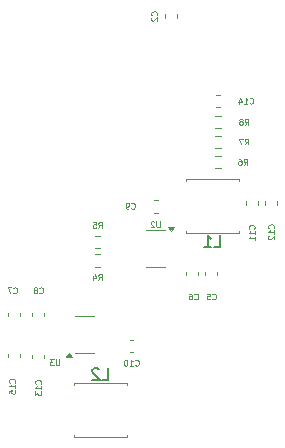
<source format=gbr>
%TF.GenerationSoftware,KiCad,Pcbnew,9.0.0*%
%TF.CreationDate,2025-03-19T13:45:40+03:00*%
%TF.ProjectId,End_striyel Sens_r Mod_l_,456e64fc-7374-4726-9979-656c2053656e,rev?*%
%TF.SameCoordinates,Original*%
%TF.FileFunction,Legend,Bot*%
%TF.FilePolarity,Positive*%
%FSLAX46Y46*%
G04 Gerber Fmt 4.6, Leading zero omitted, Abs format (unit mm)*
G04 Created by KiCad (PCBNEW 9.0.0) date 2025-03-19 13:45:40*
%MOMM*%
%LPD*%
G01*
G04 APERTURE LIST*
%ADD10C,0.150000*%
%ADD11C,0.125000*%
%ADD12C,0.100000*%
%ADD13C,0.120000*%
G04 APERTURE END LIST*
D10*
X151541666Y-97304819D02*
X152017856Y-97304819D01*
X152017856Y-97304819D02*
X152017856Y-96304819D01*
X151255951Y-96400057D02*
X151208332Y-96352438D01*
X151208332Y-96352438D02*
X151113094Y-96304819D01*
X151113094Y-96304819D02*
X150874999Y-96304819D01*
X150874999Y-96304819D02*
X150779761Y-96352438D01*
X150779761Y-96352438D02*
X150732142Y-96400057D01*
X150732142Y-96400057D02*
X150684523Y-96495295D01*
X150684523Y-96495295D02*
X150684523Y-96590533D01*
X150684523Y-96590533D02*
X150732142Y-96733390D01*
X150732142Y-96733390D02*
X151303570Y-97304819D01*
X151303570Y-97304819D02*
X150684523Y-97304819D01*
D11*
X156122190Y-66416666D02*
X156146000Y-66392857D01*
X156146000Y-66392857D02*
X156169809Y-66321428D01*
X156169809Y-66321428D02*
X156169809Y-66273809D01*
X156169809Y-66273809D02*
X156146000Y-66202381D01*
X156146000Y-66202381D02*
X156098380Y-66154762D01*
X156098380Y-66154762D02*
X156050761Y-66130952D01*
X156050761Y-66130952D02*
X155955523Y-66107143D01*
X155955523Y-66107143D02*
X155884095Y-66107143D01*
X155884095Y-66107143D02*
X155788857Y-66130952D01*
X155788857Y-66130952D02*
X155741238Y-66154762D01*
X155741238Y-66154762D02*
X155693619Y-66202381D01*
X155693619Y-66202381D02*
X155669809Y-66273809D01*
X155669809Y-66273809D02*
X155669809Y-66321428D01*
X155669809Y-66321428D02*
X155693619Y-66392857D01*
X155693619Y-66392857D02*
X155717428Y-66416666D01*
X155717428Y-66607143D02*
X155693619Y-66630952D01*
X155693619Y-66630952D02*
X155669809Y-66678571D01*
X155669809Y-66678571D02*
X155669809Y-66797619D01*
X155669809Y-66797619D02*
X155693619Y-66845238D01*
X155693619Y-66845238D02*
X155717428Y-66869047D01*
X155717428Y-66869047D02*
X155765047Y-66892857D01*
X155765047Y-66892857D02*
X155812666Y-66892857D01*
X155812666Y-66892857D02*
X155884095Y-66869047D01*
X155884095Y-66869047D02*
X156169809Y-66583333D01*
X156169809Y-66583333D02*
X156169809Y-66892857D01*
X146302190Y-97628571D02*
X146326000Y-97604762D01*
X146326000Y-97604762D02*
X146349809Y-97533333D01*
X146349809Y-97533333D02*
X146349809Y-97485714D01*
X146349809Y-97485714D02*
X146326000Y-97414286D01*
X146326000Y-97414286D02*
X146278380Y-97366667D01*
X146278380Y-97366667D02*
X146230761Y-97342857D01*
X146230761Y-97342857D02*
X146135523Y-97319048D01*
X146135523Y-97319048D02*
X146064095Y-97319048D01*
X146064095Y-97319048D02*
X145968857Y-97342857D01*
X145968857Y-97342857D02*
X145921238Y-97366667D01*
X145921238Y-97366667D02*
X145873619Y-97414286D01*
X145873619Y-97414286D02*
X145849809Y-97485714D01*
X145849809Y-97485714D02*
X145849809Y-97533333D01*
X145849809Y-97533333D02*
X145873619Y-97604762D01*
X145873619Y-97604762D02*
X145897428Y-97628571D01*
X146349809Y-98104762D02*
X146349809Y-97819048D01*
X146349809Y-97961905D02*
X145849809Y-97961905D01*
X145849809Y-97961905D02*
X145921238Y-97914286D01*
X145921238Y-97914286D02*
X145968857Y-97866667D01*
X145968857Y-97866667D02*
X145992666Y-97819048D01*
X145849809Y-98271428D02*
X145849809Y-98580952D01*
X145849809Y-98580952D02*
X146040285Y-98414285D01*
X146040285Y-98414285D02*
X146040285Y-98485714D01*
X146040285Y-98485714D02*
X146064095Y-98533333D01*
X146064095Y-98533333D02*
X146087904Y-98557142D01*
X146087904Y-98557142D02*
X146135523Y-98580952D01*
X146135523Y-98580952D02*
X146254571Y-98580952D01*
X146254571Y-98580952D02*
X146302190Y-98557142D01*
X146302190Y-98557142D02*
X146326000Y-98533333D01*
X146326000Y-98533333D02*
X146349809Y-98485714D01*
X146349809Y-98485714D02*
X146349809Y-98342857D01*
X146349809Y-98342857D02*
X146326000Y-98295238D01*
X146326000Y-98295238D02*
X146302190Y-98271428D01*
X151208333Y-88854809D02*
X151374999Y-88616714D01*
X151494047Y-88854809D02*
X151494047Y-88354809D01*
X151494047Y-88354809D02*
X151303571Y-88354809D01*
X151303571Y-88354809D02*
X151255952Y-88378619D01*
X151255952Y-88378619D02*
X151232142Y-88402428D01*
X151232142Y-88402428D02*
X151208333Y-88450047D01*
X151208333Y-88450047D02*
X151208333Y-88521476D01*
X151208333Y-88521476D02*
X151232142Y-88569095D01*
X151232142Y-88569095D02*
X151255952Y-88592904D01*
X151255952Y-88592904D02*
X151303571Y-88616714D01*
X151303571Y-88616714D02*
X151494047Y-88616714D01*
X150779761Y-88521476D02*
X150779761Y-88854809D01*
X150898809Y-88331000D02*
X151017856Y-88688142D01*
X151017856Y-88688142D02*
X150708333Y-88688142D01*
D12*
X163583333Y-77376109D02*
X163749999Y-77138014D01*
X163869047Y-77376109D02*
X163869047Y-76876109D01*
X163869047Y-76876109D02*
X163678571Y-76876109D01*
X163678571Y-76876109D02*
X163630952Y-76899919D01*
X163630952Y-76899919D02*
X163607142Y-76923728D01*
X163607142Y-76923728D02*
X163583333Y-76971347D01*
X163583333Y-76971347D02*
X163583333Y-77042776D01*
X163583333Y-77042776D02*
X163607142Y-77090395D01*
X163607142Y-77090395D02*
X163630952Y-77114204D01*
X163630952Y-77114204D02*
X163678571Y-77138014D01*
X163678571Y-77138014D02*
X163869047Y-77138014D01*
X163416666Y-76876109D02*
X163083333Y-76876109D01*
X163083333Y-76876109D02*
X163297618Y-77376109D01*
D11*
X160833333Y-90452190D02*
X160857142Y-90476000D01*
X160857142Y-90476000D02*
X160928571Y-90499809D01*
X160928571Y-90499809D02*
X160976190Y-90499809D01*
X160976190Y-90499809D02*
X161047618Y-90476000D01*
X161047618Y-90476000D02*
X161095237Y-90428380D01*
X161095237Y-90428380D02*
X161119047Y-90380761D01*
X161119047Y-90380761D02*
X161142856Y-90285523D01*
X161142856Y-90285523D02*
X161142856Y-90214095D01*
X161142856Y-90214095D02*
X161119047Y-90118857D01*
X161119047Y-90118857D02*
X161095237Y-90071238D01*
X161095237Y-90071238D02*
X161047618Y-90023619D01*
X161047618Y-90023619D02*
X160976190Y-89999809D01*
X160976190Y-89999809D02*
X160928571Y-89999809D01*
X160928571Y-89999809D02*
X160857142Y-90023619D01*
X160857142Y-90023619D02*
X160833333Y-90047428D01*
X160380952Y-89999809D02*
X160619047Y-89999809D01*
X160619047Y-89999809D02*
X160642856Y-90237904D01*
X160642856Y-90237904D02*
X160619047Y-90214095D01*
X160619047Y-90214095D02*
X160571428Y-90190285D01*
X160571428Y-90190285D02*
X160452380Y-90190285D01*
X160452380Y-90190285D02*
X160404761Y-90214095D01*
X160404761Y-90214095D02*
X160380952Y-90237904D01*
X160380952Y-90237904D02*
X160357142Y-90285523D01*
X160357142Y-90285523D02*
X160357142Y-90404571D01*
X160357142Y-90404571D02*
X160380952Y-90452190D01*
X160380952Y-90452190D02*
X160404761Y-90476000D01*
X160404761Y-90476000D02*
X160452380Y-90499809D01*
X160452380Y-90499809D02*
X160571428Y-90499809D01*
X160571428Y-90499809D02*
X160619047Y-90476000D01*
X160619047Y-90476000D02*
X160642856Y-90452190D01*
X153983333Y-82777190D02*
X154007142Y-82801000D01*
X154007142Y-82801000D02*
X154078571Y-82824809D01*
X154078571Y-82824809D02*
X154126190Y-82824809D01*
X154126190Y-82824809D02*
X154197618Y-82801000D01*
X154197618Y-82801000D02*
X154245237Y-82753380D01*
X154245237Y-82753380D02*
X154269047Y-82705761D01*
X154269047Y-82705761D02*
X154292856Y-82610523D01*
X154292856Y-82610523D02*
X154292856Y-82539095D01*
X154292856Y-82539095D02*
X154269047Y-82443857D01*
X154269047Y-82443857D02*
X154245237Y-82396238D01*
X154245237Y-82396238D02*
X154197618Y-82348619D01*
X154197618Y-82348619D02*
X154126190Y-82324809D01*
X154126190Y-82324809D02*
X154078571Y-82324809D01*
X154078571Y-82324809D02*
X154007142Y-82348619D01*
X154007142Y-82348619D02*
X153983333Y-82372428D01*
X153745237Y-82824809D02*
X153649999Y-82824809D01*
X153649999Y-82824809D02*
X153602380Y-82801000D01*
X153602380Y-82801000D02*
X153578571Y-82777190D01*
X153578571Y-82777190D02*
X153530952Y-82705761D01*
X153530952Y-82705761D02*
X153507142Y-82610523D01*
X153507142Y-82610523D02*
X153507142Y-82420047D01*
X153507142Y-82420047D02*
X153530952Y-82372428D01*
X153530952Y-82372428D02*
X153554761Y-82348619D01*
X153554761Y-82348619D02*
X153602380Y-82324809D01*
X153602380Y-82324809D02*
X153697618Y-82324809D01*
X153697618Y-82324809D02*
X153745237Y-82348619D01*
X153745237Y-82348619D02*
X153769047Y-82372428D01*
X153769047Y-82372428D02*
X153792856Y-82420047D01*
X153792856Y-82420047D02*
X153792856Y-82539095D01*
X153792856Y-82539095D02*
X153769047Y-82586714D01*
X153769047Y-82586714D02*
X153745237Y-82610523D01*
X153745237Y-82610523D02*
X153697618Y-82634333D01*
X153697618Y-82634333D02*
X153602380Y-82634333D01*
X153602380Y-82634333D02*
X153554761Y-82610523D01*
X153554761Y-82610523D02*
X153530952Y-82586714D01*
X153530952Y-82586714D02*
X153507142Y-82539095D01*
D12*
X163608333Y-75701109D02*
X163774999Y-75463014D01*
X163894047Y-75701109D02*
X163894047Y-75201109D01*
X163894047Y-75201109D02*
X163703571Y-75201109D01*
X163703571Y-75201109D02*
X163655952Y-75224919D01*
X163655952Y-75224919D02*
X163632142Y-75248728D01*
X163632142Y-75248728D02*
X163608333Y-75296347D01*
X163608333Y-75296347D02*
X163608333Y-75367776D01*
X163608333Y-75367776D02*
X163632142Y-75415395D01*
X163632142Y-75415395D02*
X163655952Y-75439204D01*
X163655952Y-75439204D02*
X163703571Y-75463014D01*
X163703571Y-75463014D02*
X163894047Y-75463014D01*
X163322618Y-75415395D02*
X163370237Y-75391585D01*
X163370237Y-75391585D02*
X163394047Y-75367776D01*
X163394047Y-75367776D02*
X163417856Y-75320157D01*
X163417856Y-75320157D02*
X163417856Y-75296347D01*
X163417856Y-75296347D02*
X163394047Y-75248728D01*
X163394047Y-75248728D02*
X163370237Y-75224919D01*
X163370237Y-75224919D02*
X163322618Y-75201109D01*
X163322618Y-75201109D02*
X163227380Y-75201109D01*
X163227380Y-75201109D02*
X163179761Y-75224919D01*
X163179761Y-75224919D02*
X163155952Y-75248728D01*
X163155952Y-75248728D02*
X163132142Y-75296347D01*
X163132142Y-75296347D02*
X163132142Y-75320157D01*
X163132142Y-75320157D02*
X163155952Y-75367776D01*
X163155952Y-75367776D02*
X163179761Y-75391585D01*
X163179761Y-75391585D02*
X163227380Y-75415395D01*
X163227380Y-75415395D02*
X163322618Y-75415395D01*
X163322618Y-75415395D02*
X163370237Y-75439204D01*
X163370237Y-75439204D02*
X163394047Y-75463014D01*
X163394047Y-75463014D02*
X163417856Y-75510633D01*
X163417856Y-75510633D02*
X163417856Y-75605871D01*
X163417856Y-75605871D02*
X163394047Y-75653490D01*
X163394047Y-75653490D02*
X163370237Y-75677300D01*
X163370237Y-75677300D02*
X163322618Y-75701109D01*
X163322618Y-75701109D02*
X163227380Y-75701109D01*
X163227380Y-75701109D02*
X163179761Y-75677300D01*
X163179761Y-75677300D02*
X163155952Y-75653490D01*
X163155952Y-75653490D02*
X163132142Y-75605871D01*
X163132142Y-75605871D02*
X163132142Y-75510633D01*
X163132142Y-75510633D02*
X163155952Y-75463014D01*
X163155952Y-75463014D02*
X163179761Y-75439204D01*
X163179761Y-75439204D02*
X163227380Y-75415395D01*
D11*
X147905952Y-95574809D02*
X147905952Y-95979571D01*
X147905952Y-95979571D02*
X147882142Y-96027190D01*
X147882142Y-96027190D02*
X147858333Y-96051000D01*
X147858333Y-96051000D02*
X147810714Y-96074809D01*
X147810714Y-96074809D02*
X147715476Y-96074809D01*
X147715476Y-96074809D02*
X147667857Y-96051000D01*
X147667857Y-96051000D02*
X147644047Y-96027190D01*
X147644047Y-96027190D02*
X147620238Y-95979571D01*
X147620238Y-95979571D02*
X147620238Y-95574809D01*
X147429761Y-95574809D02*
X147120237Y-95574809D01*
X147120237Y-95574809D02*
X147286904Y-95765285D01*
X147286904Y-95765285D02*
X147215475Y-95765285D01*
X147215475Y-95765285D02*
X147167856Y-95789095D01*
X147167856Y-95789095D02*
X147144047Y-95812904D01*
X147144047Y-95812904D02*
X147120237Y-95860523D01*
X147120237Y-95860523D02*
X147120237Y-95979571D01*
X147120237Y-95979571D02*
X147144047Y-96027190D01*
X147144047Y-96027190D02*
X147167856Y-96051000D01*
X147167856Y-96051000D02*
X147215475Y-96074809D01*
X147215475Y-96074809D02*
X147358332Y-96074809D01*
X147358332Y-96074809D02*
X147405951Y-96051000D01*
X147405951Y-96051000D02*
X147429761Y-96027190D01*
X156405952Y-83874809D02*
X156405952Y-84279571D01*
X156405952Y-84279571D02*
X156382142Y-84327190D01*
X156382142Y-84327190D02*
X156358333Y-84351000D01*
X156358333Y-84351000D02*
X156310714Y-84374809D01*
X156310714Y-84374809D02*
X156215476Y-84374809D01*
X156215476Y-84374809D02*
X156167857Y-84351000D01*
X156167857Y-84351000D02*
X156144047Y-84327190D01*
X156144047Y-84327190D02*
X156120238Y-84279571D01*
X156120238Y-84279571D02*
X156120238Y-83874809D01*
X155905951Y-83922428D02*
X155882142Y-83898619D01*
X155882142Y-83898619D02*
X155834523Y-83874809D01*
X155834523Y-83874809D02*
X155715475Y-83874809D01*
X155715475Y-83874809D02*
X155667856Y-83898619D01*
X155667856Y-83898619D02*
X155644047Y-83922428D01*
X155644047Y-83922428D02*
X155620237Y-83970047D01*
X155620237Y-83970047D02*
X155620237Y-84017666D01*
X155620237Y-84017666D02*
X155644047Y-84089095D01*
X155644047Y-84089095D02*
X155929761Y-84374809D01*
X155929761Y-84374809D02*
X155620237Y-84374809D01*
X144102190Y-97528571D02*
X144126000Y-97504762D01*
X144126000Y-97504762D02*
X144149809Y-97433333D01*
X144149809Y-97433333D02*
X144149809Y-97385714D01*
X144149809Y-97385714D02*
X144126000Y-97314286D01*
X144126000Y-97314286D02*
X144078380Y-97266667D01*
X144078380Y-97266667D02*
X144030761Y-97242857D01*
X144030761Y-97242857D02*
X143935523Y-97219048D01*
X143935523Y-97219048D02*
X143864095Y-97219048D01*
X143864095Y-97219048D02*
X143768857Y-97242857D01*
X143768857Y-97242857D02*
X143721238Y-97266667D01*
X143721238Y-97266667D02*
X143673619Y-97314286D01*
X143673619Y-97314286D02*
X143649809Y-97385714D01*
X143649809Y-97385714D02*
X143649809Y-97433333D01*
X143649809Y-97433333D02*
X143673619Y-97504762D01*
X143673619Y-97504762D02*
X143697428Y-97528571D01*
X144149809Y-98004762D02*
X144149809Y-97719048D01*
X144149809Y-97861905D02*
X143649809Y-97861905D01*
X143649809Y-97861905D02*
X143721238Y-97814286D01*
X143721238Y-97814286D02*
X143768857Y-97766667D01*
X143768857Y-97766667D02*
X143792666Y-97719048D01*
X143649809Y-98457142D02*
X143649809Y-98219047D01*
X143649809Y-98219047D02*
X143887904Y-98195238D01*
X143887904Y-98195238D02*
X143864095Y-98219047D01*
X143864095Y-98219047D02*
X143840285Y-98266666D01*
X143840285Y-98266666D02*
X143840285Y-98385714D01*
X143840285Y-98385714D02*
X143864095Y-98433333D01*
X143864095Y-98433333D02*
X143887904Y-98457142D01*
X143887904Y-98457142D02*
X143935523Y-98480952D01*
X143935523Y-98480952D02*
X144054571Y-98480952D01*
X144054571Y-98480952D02*
X144102190Y-98457142D01*
X144102190Y-98457142D02*
X144126000Y-98433333D01*
X144126000Y-98433333D02*
X144149809Y-98385714D01*
X144149809Y-98385714D02*
X144149809Y-98266666D01*
X144149809Y-98266666D02*
X144126000Y-98219047D01*
X144126000Y-98219047D02*
X144102190Y-98195238D01*
X146208333Y-89927190D02*
X146232142Y-89951000D01*
X146232142Y-89951000D02*
X146303571Y-89974809D01*
X146303571Y-89974809D02*
X146351190Y-89974809D01*
X146351190Y-89974809D02*
X146422618Y-89951000D01*
X146422618Y-89951000D02*
X146470237Y-89903380D01*
X146470237Y-89903380D02*
X146494047Y-89855761D01*
X146494047Y-89855761D02*
X146517856Y-89760523D01*
X146517856Y-89760523D02*
X146517856Y-89689095D01*
X146517856Y-89689095D02*
X146494047Y-89593857D01*
X146494047Y-89593857D02*
X146470237Y-89546238D01*
X146470237Y-89546238D02*
X146422618Y-89498619D01*
X146422618Y-89498619D02*
X146351190Y-89474809D01*
X146351190Y-89474809D02*
X146303571Y-89474809D01*
X146303571Y-89474809D02*
X146232142Y-89498619D01*
X146232142Y-89498619D02*
X146208333Y-89522428D01*
X145922618Y-89689095D02*
X145970237Y-89665285D01*
X145970237Y-89665285D02*
X145994047Y-89641476D01*
X145994047Y-89641476D02*
X146017856Y-89593857D01*
X146017856Y-89593857D02*
X146017856Y-89570047D01*
X146017856Y-89570047D02*
X145994047Y-89522428D01*
X145994047Y-89522428D02*
X145970237Y-89498619D01*
X145970237Y-89498619D02*
X145922618Y-89474809D01*
X145922618Y-89474809D02*
X145827380Y-89474809D01*
X145827380Y-89474809D02*
X145779761Y-89498619D01*
X145779761Y-89498619D02*
X145755952Y-89522428D01*
X145755952Y-89522428D02*
X145732142Y-89570047D01*
X145732142Y-89570047D02*
X145732142Y-89593857D01*
X145732142Y-89593857D02*
X145755952Y-89641476D01*
X145755952Y-89641476D02*
X145779761Y-89665285D01*
X145779761Y-89665285D02*
X145827380Y-89689095D01*
X145827380Y-89689095D02*
X145922618Y-89689095D01*
X145922618Y-89689095D02*
X145970237Y-89712904D01*
X145970237Y-89712904D02*
X145994047Y-89736714D01*
X145994047Y-89736714D02*
X146017856Y-89784333D01*
X146017856Y-89784333D02*
X146017856Y-89879571D01*
X146017856Y-89879571D02*
X145994047Y-89927190D01*
X145994047Y-89927190D02*
X145970237Y-89951000D01*
X145970237Y-89951000D02*
X145922618Y-89974809D01*
X145922618Y-89974809D02*
X145827380Y-89974809D01*
X145827380Y-89974809D02*
X145779761Y-89951000D01*
X145779761Y-89951000D02*
X145755952Y-89927190D01*
X145755952Y-89927190D02*
X145732142Y-89879571D01*
X145732142Y-89879571D02*
X145732142Y-89784333D01*
X145732142Y-89784333D02*
X145755952Y-89736714D01*
X145755952Y-89736714D02*
X145779761Y-89712904D01*
X145779761Y-89712904D02*
X145827380Y-89689095D01*
D10*
X161016666Y-86054819D02*
X161492856Y-86054819D01*
X161492856Y-86054819D02*
X161492856Y-85054819D01*
X160159523Y-86054819D02*
X160730951Y-86054819D01*
X160445237Y-86054819D02*
X160445237Y-85054819D01*
X160445237Y-85054819D02*
X160540475Y-85197676D01*
X160540475Y-85197676D02*
X160635713Y-85292914D01*
X160635713Y-85292914D02*
X160730951Y-85340533D01*
D11*
X151208333Y-84444809D02*
X151374999Y-84206714D01*
X151494047Y-84444809D02*
X151494047Y-83944809D01*
X151494047Y-83944809D02*
X151303571Y-83944809D01*
X151303571Y-83944809D02*
X151255952Y-83968619D01*
X151255952Y-83968619D02*
X151232142Y-83992428D01*
X151232142Y-83992428D02*
X151208333Y-84040047D01*
X151208333Y-84040047D02*
X151208333Y-84111476D01*
X151208333Y-84111476D02*
X151232142Y-84159095D01*
X151232142Y-84159095D02*
X151255952Y-84182904D01*
X151255952Y-84182904D02*
X151303571Y-84206714D01*
X151303571Y-84206714D02*
X151494047Y-84206714D01*
X150755952Y-83944809D02*
X150994047Y-83944809D01*
X150994047Y-83944809D02*
X151017856Y-84182904D01*
X151017856Y-84182904D02*
X150994047Y-84159095D01*
X150994047Y-84159095D02*
X150946428Y-84135285D01*
X150946428Y-84135285D02*
X150827380Y-84135285D01*
X150827380Y-84135285D02*
X150779761Y-84159095D01*
X150779761Y-84159095D02*
X150755952Y-84182904D01*
X150755952Y-84182904D02*
X150732142Y-84230523D01*
X150732142Y-84230523D02*
X150732142Y-84349571D01*
X150732142Y-84349571D02*
X150755952Y-84397190D01*
X150755952Y-84397190D02*
X150779761Y-84421000D01*
X150779761Y-84421000D02*
X150827380Y-84444809D01*
X150827380Y-84444809D02*
X150946428Y-84444809D01*
X150946428Y-84444809D02*
X150994047Y-84421000D01*
X150994047Y-84421000D02*
X151017856Y-84397190D01*
X164377190Y-84503571D02*
X164401000Y-84479762D01*
X164401000Y-84479762D02*
X164424809Y-84408333D01*
X164424809Y-84408333D02*
X164424809Y-84360714D01*
X164424809Y-84360714D02*
X164401000Y-84289286D01*
X164401000Y-84289286D02*
X164353380Y-84241667D01*
X164353380Y-84241667D02*
X164305761Y-84217857D01*
X164305761Y-84217857D02*
X164210523Y-84194048D01*
X164210523Y-84194048D02*
X164139095Y-84194048D01*
X164139095Y-84194048D02*
X164043857Y-84217857D01*
X164043857Y-84217857D02*
X163996238Y-84241667D01*
X163996238Y-84241667D02*
X163948619Y-84289286D01*
X163948619Y-84289286D02*
X163924809Y-84360714D01*
X163924809Y-84360714D02*
X163924809Y-84408333D01*
X163924809Y-84408333D02*
X163948619Y-84479762D01*
X163948619Y-84479762D02*
X163972428Y-84503571D01*
X164424809Y-84979762D02*
X164424809Y-84694048D01*
X164424809Y-84836905D02*
X163924809Y-84836905D01*
X163924809Y-84836905D02*
X163996238Y-84789286D01*
X163996238Y-84789286D02*
X164043857Y-84741667D01*
X164043857Y-84741667D02*
X164067666Y-84694048D01*
X164424809Y-85455952D02*
X164424809Y-85170238D01*
X164424809Y-85313095D02*
X163924809Y-85313095D01*
X163924809Y-85313095D02*
X163996238Y-85265476D01*
X163996238Y-85265476D02*
X164043857Y-85217857D01*
X164043857Y-85217857D02*
X164067666Y-85170238D01*
X166027190Y-84453571D02*
X166051000Y-84429762D01*
X166051000Y-84429762D02*
X166074809Y-84358333D01*
X166074809Y-84358333D02*
X166074809Y-84310714D01*
X166074809Y-84310714D02*
X166051000Y-84239286D01*
X166051000Y-84239286D02*
X166003380Y-84191667D01*
X166003380Y-84191667D02*
X165955761Y-84167857D01*
X165955761Y-84167857D02*
X165860523Y-84144048D01*
X165860523Y-84144048D02*
X165789095Y-84144048D01*
X165789095Y-84144048D02*
X165693857Y-84167857D01*
X165693857Y-84167857D02*
X165646238Y-84191667D01*
X165646238Y-84191667D02*
X165598619Y-84239286D01*
X165598619Y-84239286D02*
X165574809Y-84310714D01*
X165574809Y-84310714D02*
X165574809Y-84358333D01*
X165574809Y-84358333D02*
X165598619Y-84429762D01*
X165598619Y-84429762D02*
X165622428Y-84453571D01*
X166074809Y-84929762D02*
X166074809Y-84644048D01*
X166074809Y-84786905D02*
X165574809Y-84786905D01*
X165574809Y-84786905D02*
X165646238Y-84739286D01*
X165646238Y-84739286D02*
X165693857Y-84691667D01*
X165693857Y-84691667D02*
X165717666Y-84644048D01*
X165622428Y-85120238D02*
X165598619Y-85144047D01*
X165598619Y-85144047D02*
X165574809Y-85191666D01*
X165574809Y-85191666D02*
X165574809Y-85310714D01*
X165574809Y-85310714D02*
X165598619Y-85358333D01*
X165598619Y-85358333D02*
X165622428Y-85382142D01*
X165622428Y-85382142D02*
X165670047Y-85405952D01*
X165670047Y-85405952D02*
X165717666Y-85405952D01*
X165717666Y-85405952D02*
X165789095Y-85382142D01*
X165789095Y-85382142D02*
X166074809Y-85096428D01*
X166074809Y-85096428D02*
X166074809Y-85405952D01*
X154321428Y-96057190D02*
X154345237Y-96081000D01*
X154345237Y-96081000D02*
X154416666Y-96104809D01*
X154416666Y-96104809D02*
X154464285Y-96104809D01*
X154464285Y-96104809D02*
X154535713Y-96081000D01*
X154535713Y-96081000D02*
X154583332Y-96033380D01*
X154583332Y-96033380D02*
X154607142Y-95985761D01*
X154607142Y-95985761D02*
X154630951Y-95890523D01*
X154630951Y-95890523D02*
X154630951Y-95819095D01*
X154630951Y-95819095D02*
X154607142Y-95723857D01*
X154607142Y-95723857D02*
X154583332Y-95676238D01*
X154583332Y-95676238D02*
X154535713Y-95628619D01*
X154535713Y-95628619D02*
X154464285Y-95604809D01*
X154464285Y-95604809D02*
X154416666Y-95604809D01*
X154416666Y-95604809D02*
X154345237Y-95628619D01*
X154345237Y-95628619D02*
X154321428Y-95652428D01*
X153845237Y-96104809D02*
X154130951Y-96104809D01*
X153988094Y-96104809D02*
X153988094Y-95604809D01*
X153988094Y-95604809D02*
X154035713Y-95676238D01*
X154035713Y-95676238D02*
X154083332Y-95723857D01*
X154083332Y-95723857D02*
X154130951Y-95747666D01*
X153535714Y-95604809D02*
X153488095Y-95604809D01*
X153488095Y-95604809D02*
X153440476Y-95628619D01*
X153440476Y-95628619D02*
X153416666Y-95652428D01*
X153416666Y-95652428D02*
X153392857Y-95700047D01*
X153392857Y-95700047D02*
X153369047Y-95795285D01*
X153369047Y-95795285D02*
X153369047Y-95914333D01*
X153369047Y-95914333D02*
X153392857Y-96009571D01*
X153392857Y-96009571D02*
X153416666Y-96057190D01*
X153416666Y-96057190D02*
X153440476Y-96081000D01*
X153440476Y-96081000D02*
X153488095Y-96104809D01*
X153488095Y-96104809D02*
X153535714Y-96104809D01*
X153535714Y-96104809D02*
X153583333Y-96081000D01*
X153583333Y-96081000D02*
X153607142Y-96057190D01*
X153607142Y-96057190D02*
X153630952Y-96009571D01*
X153630952Y-96009571D02*
X153654761Y-95914333D01*
X153654761Y-95914333D02*
X153654761Y-95795285D01*
X153654761Y-95795285D02*
X153630952Y-95700047D01*
X153630952Y-95700047D02*
X153607142Y-95652428D01*
X153607142Y-95652428D02*
X153583333Y-95628619D01*
X153583333Y-95628619D02*
X153535714Y-95604809D01*
D12*
X163508333Y-79101109D02*
X163674999Y-78863014D01*
X163794047Y-79101109D02*
X163794047Y-78601109D01*
X163794047Y-78601109D02*
X163603571Y-78601109D01*
X163603571Y-78601109D02*
X163555952Y-78624919D01*
X163555952Y-78624919D02*
X163532142Y-78648728D01*
X163532142Y-78648728D02*
X163508333Y-78696347D01*
X163508333Y-78696347D02*
X163508333Y-78767776D01*
X163508333Y-78767776D02*
X163532142Y-78815395D01*
X163532142Y-78815395D02*
X163555952Y-78839204D01*
X163555952Y-78839204D02*
X163603571Y-78863014D01*
X163603571Y-78863014D02*
X163794047Y-78863014D01*
X163079761Y-78601109D02*
X163174999Y-78601109D01*
X163174999Y-78601109D02*
X163222618Y-78624919D01*
X163222618Y-78624919D02*
X163246428Y-78648728D01*
X163246428Y-78648728D02*
X163294047Y-78720157D01*
X163294047Y-78720157D02*
X163317856Y-78815395D01*
X163317856Y-78815395D02*
X163317856Y-79005871D01*
X163317856Y-79005871D02*
X163294047Y-79053490D01*
X163294047Y-79053490D02*
X163270237Y-79077300D01*
X163270237Y-79077300D02*
X163222618Y-79101109D01*
X163222618Y-79101109D02*
X163127380Y-79101109D01*
X163127380Y-79101109D02*
X163079761Y-79077300D01*
X163079761Y-79077300D02*
X163055952Y-79053490D01*
X163055952Y-79053490D02*
X163032142Y-79005871D01*
X163032142Y-79005871D02*
X163032142Y-78886823D01*
X163032142Y-78886823D02*
X163055952Y-78839204D01*
X163055952Y-78839204D02*
X163079761Y-78815395D01*
X163079761Y-78815395D02*
X163127380Y-78791585D01*
X163127380Y-78791585D02*
X163222618Y-78791585D01*
X163222618Y-78791585D02*
X163270237Y-78815395D01*
X163270237Y-78815395D02*
X163294047Y-78839204D01*
X163294047Y-78839204D02*
X163317856Y-78886823D01*
X163996428Y-73878490D02*
X164020237Y-73902300D01*
X164020237Y-73902300D02*
X164091666Y-73926109D01*
X164091666Y-73926109D02*
X164139285Y-73926109D01*
X164139285Y-73926109D02*
X164210713Y-73902300D01*
X164210713Y-73902300D02*
X164258332Y-73854680D01*
X164258332Y-73854680D02*
X164282142Y-73807061D01*
X164282142Y-73807061D02*
X164305951Y-73711823D01*
X164305951Y-73711823D02*
X164305951Y-73640395D01*
X164305951Y-73640395D02*
X164282142Y-73545157D01*
X164282142Y-73545157D02*
X164258332Y-73497538D01*
X164258332Y-73497538D02*
X164210713Y-73449919D01*
X164210713Y-73449919D02*
X164139285Y-73426109D01*
X164139285Y-73426109D02*
X164091666Y-73426109D01*
X164091666Y-73426109D02*
X164020237Y-73449919D01*
X164020237Y-73449919D02*
X163996428Y-73473728D01*
X163520237Y-73926109D02*
X163805951Y-73926109D01*
X163663094Y-73926109D02*
X163663094Y-73426109D01*
X163663094Y-73426109D02*
X163710713Y-73497538D01*
X163710713Y-73497538D02*
X163758332Y-73545157D01*
X163758332Y-73545157D02*
X163805951Y-73568966D01*
X163091666Y-73592776D02*
X163091666Y-73926109D01*
X163210714Y-73402300D02*
X163329761Y-73759442D01*
X163329761Y-73759442D02*
X163020238Y-73759442D01*
D11*
X159333333Y-90452190D02*
X159357142Y-90476000D01*
X159357142Y-90476000D02*
X159428571Y-90499809D01*
X159428571Y-90499809D02*
X159476190Y-90499809D01*
X159476190Y-90499809D02*
X159547618Y-90476000D01*
X159547618Y-90476000D02*
X159595237Y-90428380D01*
X159595237Y-90428380D02*
X159619047Y-90380761D01*
X159619047Y-90380761D02*
X159642856Y-90285523D01*
X159642856Y-90285523D02*
X159642856Y-90214095D01*
X159642856Y-90214095D02*
X159619047Y-90118857D01*
X159619047Y-90118857D02*
X159595237Y-90071238D01*
X159595237Y-90071238D02*
X159547618Y-90023619D01*
X159547618Y-90023619D02*
X159476190Y-89999809D01*
X159476190Y-89999809D02*
X159428571Y-89999809D01*
X159428571Y-89999809D02*
X159357142Y-90023619D01*
X159357142Y-90023619D02*
X159333333Y-90047428D01*
X158904761Y-89999809D02*
X158999999Y-89999809D01*
X158999999Y-89999809D02*
X159047618Y-90023619D01*
X159047618Y-90023619D02*
X159071428Y-90047428D01*
X159071428Y-90047428D02*
X159119047Y-90118857D01*
X159119047Y-90118857D02*
X159142856Y-90214095D01*
X159142856Y-90214095D02*
X159142856Y-90404571D01*
X159142856Y-90404571D02*
X159119047Y-90452190D01*
X159119047Y-90452190D02*
X159095237Y-90476000D01*
X159095237Y-90476000D02*
X159047618Y-90499809D01*
X159047618Y-90499809D02*
X158952380Y-90499809D01*
X158952380Y-90499809D02*
X158904761Y-90476000D01*
X158904761Y-90476000D02*
X158880952Y-90452190D01*
X158880952Y-90452190D02*
X158857142Y-90404571D01*
X158857142Y-90404571D02*
X158857142Y-90285523D01*
X158857142Y-90285523D02*
X158880952Y-90237904D01*
X158880952Y-90237904D02*
X158904761Y-90214095D01*
X158904761Y-90214095D02*
X158952380Y-90190285D01*
X158952380Y-90190285D02*
X159047618Y-90190285D01*
X159047618Y-90190285D02*
X159095237Y-90214095D01*
X159095237Y-90214095D02*
X159119047Y-90237904D01*
X159119047Y-90237904D02*
X159142856Y-90285523D01*
X144008333Y-89927190D02*
X144032142Y-89951000D01*
X144032142Y-89951000D02*
X144103571Y-89974809D01*
X144103571Y-89974809D02*
X144151190Y-89974809D01*
X144151190Y-89974809D02*
X144222618Y-89951000D01*
X144222618Y-89951000D02*
X144270237Y-89903380D01*
X144270237Y-89903380D02*
X144294047Y-89855761D01*
X144294047Y-89855761D02*
X144317856Y-89760523D01*
X144317856Y-89760523D02*
X144317856Y-89689095D01*
X144317856Y-89689095D02*
X144294047Y-89593857D01*
X144294047Y-89593857D02*
X144270237Y-89546238D01*
X144270237Y-89546238D02*
X144222618Y-89498619D01*
X144222618Y-89498619D02*
X144151190Y-89474809D01*
X144151190Y-89474809D02*
X144103571Y-89474809D01*
X144103571Y-89474809D02*
X144032142Y-89498619D01*
X144032142Y-89498619D02*
X144008333Y-89522428D01*
X143841666Y-89474809D02*
X143508333Y-89474809D01*
X143508333Y-89474809D02*
X143722618Y-89974809D01*
D13*
%TO.C,L2*%
X149115000Y-97590000D02*
X149115000Y-97740000D01*
X149115000Y-102110000D02*
X149115000Y-101960000D01*
X153635000Y-97590000D02*
X149115000Y-97590000D01*
X153635000Y-97590000D02*
X153635000Y-97740000D01*
X153635000Y-102110000D02*
X149115000Y-102110000D01*
X153635000Y-102110000D02*
X153635000Y-101960000D01*
%TO.C,C2*%
X156865000Y-66359420D02*
X156865000Y-66640580D01*
X157885000Y-66359420D02*
X157885000Y-66640580D01*
%TO.C,C13*%
X145615000Y-95490580D02*
X145615000Y-95209420D01*
X146635000Y-95490580D02*
X146635000Y-95209420D01*
%TO.C,R4*%
X150887742Y-86677500D02*
X151362258Y-86677500D01*
X150887742Y-87722500D02*
X151362258Y-87722500D01*
%TO.C,R7*%
X161087742Y-76627500D02*
X161562258Y-76627500D01*
X161087742Y-77672500D02*
X161562258Y-77672500D01*
%TO.C,C5*%
X160240000Y-88134420D02*
X160240000Y-88415580D01*
X161260000Y-88134420D02*
X161260000Y-88415580D01*
%TO.C,C9*%
X155934420Y-82115000D02*
X156215580Y-82115000D01*
X155934420Y-83135000D02*
X156215580Y-83135000D01*
%TO.C,R8*%
X161562258Y-74952500D02*
X161087742Y-74952500D01*
X161562258Y-75997500D02*
X161087742Y-75997500D01*
%TO.C,U3*%
X149987500Y-91940000D02*
X149187500Y-91940000D01*
X149987500Y-91940000D02*
X150787500Y-91940000D01*
X149987500Y-95060000D02*
X149187500Y-95060000D01*
X149987500Y-95060000D02*
X150787500Y-95060000D01*
X148927500Y-95340000D02*
X148447500Y-95340000D01*
X148687500Y-95010000D01*
X148927500Y-95340000D01*
G36*
X148927500Y-95340000D02*
G01*
X148447500Y-95340000D01*
X148687500Y-95010000D01*
X148927500Y-95340000D01*
G37*
%TO.C,U2*%
X156062500Y-84615000D02*
X155262500Y-84615000D01*
X156062500Y-84615000D02*
X156862500Y-84615000D01*
X156062500Y-87735000D02*
X155262500Y-87735000D01*
X156062500Y-87735000D02*
X156862500Y-87735000D01*
X157362500Y-84665000D02*
X157122500Y-84335000D01*
X157602500Y-84335000D01*
X157362500Y-84665000D01*
G36*
X157362500Y-84665000D02*
G01*
X157122500Y-84335000D01*
X157602500Y-84335000D01*
X157362500Y-84665000D01*
G37*
%TO.C,C15*%
X143515000Y-95109420D02*
X143515000Y-95390580D01*
X144535000Y-95109420D02*
X144535000Y-95390580D01*
%TO.C,C8*%
X145615000Y-91890580D02*
X145615000Y-91609420D01*
X146635000Y-91890580D02*
X146635000Y-91609420D01*
%TO.C,L1*%
X158590000Y-80340000D02*
X158590000Y-80490000D01*
X158590000Y-80340000D02*
X163110000Y-80340000D01*
X158590000Y-84860000D02*
X158590000Y-84710000D01*
X158590000Y-84860000D02*
X163110000Y-84860000D01*
X163110000Y-80340000D02*
X163110000Y-80490000D01*
X163110000Y-84860000D02*
X163110000Y-84710000D01*
%TO.C,R5*%
X151362258Y-85127500D02*
X150887742Y-85127500D01*
X151362258Y-86172500D02*
X150887742Y-86172500D01*
%TO.C,C11*%
X163690000Y-82184420D02*
X163690000Y-82465580D01*
X164710000Y-82184420D02*
X164710000Y-82465580D01*
%TO.C,C12*%
X165340000Y-82184420D02*
X165340000Y-82465580D01*
X166360000Y-82184420D02*
X166360000Y-82465580D01*
%TO.C,C10*%
X153859420Y-93940000D02*
X154140580Y-93940000D01*
X153859420Y-94960000D02*
X154140580Y-94960000D01*
%TO.C,R6*%
X161562258Y-78352500D02*
X161087742Y-78352500D01*
X161562258Y-79397500D02*
X161087742Y-79397500D01*
%TO.C,C14*%
X161184420Y-73190000D02*
X161465580Y-73190000D01*
X161184420Y-74210000D02*
X161465580Y-74210000D01*
%TO.C,C6*%
X158640000Y-88134420D02*
X158640000Y-88415580D01*
X159660000Y-88134420D02*
X159660000Y-88415580D01*
%TO.C,C7*%
X143515000Y-91890580D02*
X143515000Y-91609420D01*
X144535000Y-91890580D02*
X144535000Y-91609420D01*
%TD*%
M02*

</source>
